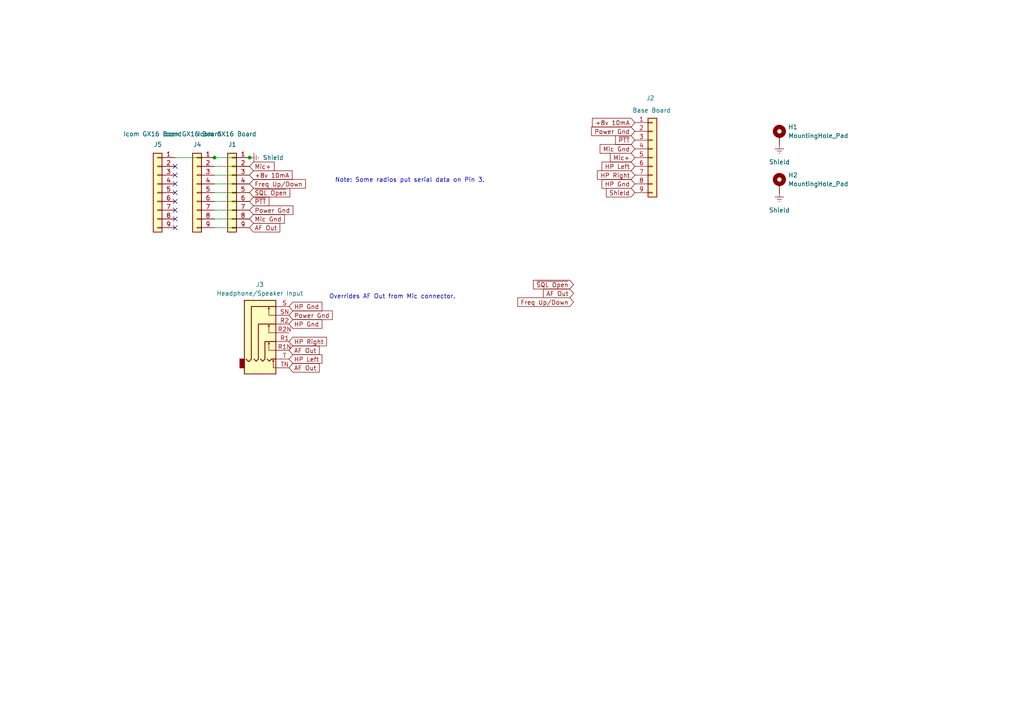
<source format=kicad_sch>
(kicad_sch (version 20231120) (generator "eeschema") (generator_version "8.0")
  (paper "A4")
  (lib_symbols
    (symbol "Connector_Generic:Conn_01x09" (pin_names (offset 1.016) hide)
      (property "Reference" "J" (at 0 12.7 0))
      (property "Value" "Conn_01x09" (at 0 -12.7 0))
      (symbol "Conn_01x09_1_1"
        (rectangle (start -1.27 -10.033) (end 0 -10.287) (stroke (width 0.1524)))
        (rectangle (start -1.27 -7.493) (end 0 -7.747) (stroke (width 0.1524)))
        (rectangle (start -1.27 -4.953) (end 0 -5.207) (stroke (width 0.1524)))
        (rectangle (start -1.27 -2.413) (end 0 -2.667) (stroke (width 0.1524)))
        (rectangle (start -1.27 0.127) (end 0 -0.127) (stroke (width 0.1524)))
        (rectangle (start -1.27 2.667) (end 0 2.413) (stroke (width 0.1524)))
        (rectangle (start -1.27 5.207) (end 0 4.953) (stroke (width 0.1524)))
        (rectangle (start -1.27 7.747) (end 0 7.493) (stroke (width 0.1524)))
        (rectangle (start -1.27 10.287) (end 0 10.033) (stroke (width 0.1524)))
        (rectangle (start -1.27 11.43) (end 1.27 -11.43) (stroke (width 0.254)) (fill (type background)))
        (pin passive line (at -5.08 10.16 0) (length 3.81) (name "Pin_1") (number "1"))
        (pin passive line (at -5.08 7.62 0) (length 3.81) (name "Pin_2") (number "2"))
        (pin passive line (at -5.08 5.08 0) (length 3.81) (name "Pin_3") (number "3"))
        (pin passive line (at -5.08 2.54 0) (length 3.81) (name "Pin_4") (number "4"))
        (pin passive line (at -5.08 0 0) (length 3.81) (name "Pin_5") (number "5"))
        (pin passive line (at -5.08 -2.54 0) (length 3.81) (name "Pin_6") (number "6"))
        (pin passive line (at -5.08 -5.08 0) (length 3.81) (name "Pin_7") (number "7"))
        (pin passive line (at -5.08 -7.62 0) (length 3.81) (name "Pin_8") (number "8"))
        (pin passive line (at -5.08 -10.16 0) (length 3.81) (name "Pin_9") (number "9"))
      )
    )
    (symbol "Mechanical:MountingHole_Pad" (pin_numbers hide) (pin_names (offset 1.016) hide) (exclude_from_sim yes) (in_bom no)
      (property "Reference" "H" (at 0 6.35 0))
      (property "Value" "MountingHole_Pad" (at 0 4.445 0))
      (symbol "MountingHole_Pad_0_1"
        (circle (center 0 1.27) (radius 1.27) (stroke (width 1.27)))
      )
      (symbol "MountingHole_Pad_1_1"
        (pin input line (at 0 -2.54 90) (length 2.54) (name "1") (number "1"))
      )
    )
    (symbol "Smitty:AudioJack4_SwitchTR1R2S"
      (property "Reference" "J" (at -3.048 14.986 0))
      (property "Value" "AudioJack4_SwitchTR1R2S" (at -2.794 13.208 0))
      (symbol "AudioJack4_SwitchTR1R2S_0_1"
        (rectangle (start -9.144 -5.08) (end -7.874 -7.62) (stroke (width 0.254)) (fill (type outline)))
        (rectangle (start -7.874 11.938) (end 1.27 -9.398) (stroke (width 0.254)) (fill (type background)))
        (polyline (pts (xy 1.27 -5.08) (xy 2.54 -5.08)))
        (polyline (pts (xy 1.27 5.08) (xy 2.54 5.08)))
        (polyline (pts (xy 2.54 0) (xy 1.27 0)))
        (polyline (pts (xy 2.54 10.16) (xy 1.27 10.16)))
      )
      (symbol "AudioJack4_SwitchTR1R2S_1_1"
        (polyline (pts (xy -0.762 -0.254) (xy -0.508 -0.762)))
        (polyline (pts (xy -0.762 4.826) (xy -0.508 4.318)))
        (polyline (pts (xy -0.762 9.906) (xy -0.508 9.398)))
        (polyline (pts (xy 0.508 -5.334) (xy 0.762 -5.842)))
        (polyline (pts (xy -1.27 -5.08) (xy -0.635 -5.715) (xy 0 -5.08) (xy 1.27 -5.08)) (stroke (width 0.254)))
        (polyline (pts (xy 2.54 -7.62) (xy 0.508 -7.62) (xy 0.508 -5.334) (xy 0.254 -5.842)))
        (polyline (pts (xy 2.54 -2.54) (xy -0.762 -2.54) (xy -0.762 -0.254) (xy -1.016 -0.762)))
        (polyline (pts (xy 2.54 2.54) (xy -0.762 2.54) (xy -0.762 4.826) (xy -1.016 4.318)))
        (polyline (pts (xy 2.54 7.62) (xy -0.762 7.62) (xy -0.762 9.906) (xy -1.016 9.398)))
        (polyline (pts (xy -3.175 -5.08) (xy -2.54 -5.715) (xy -1.905 -5.08) (xy -1.905 0) (xy 1.27 0)) (stroke (width 0.254)))
        (polyline (pts (xy 1.27 5.08) (xy -3.81 5.08) (xy -3.81 -5.08) (xy -4.445 -5.715) (xy -5.08 -5.08)) (stroke (width 0.254)))
        (polyline (pts (xy 1.27 10.16) (xy -5.842 10.16) (xy -5.842 -5.08) (xy -6.604 -5.842) (xy -7.366 -5.08)) (stroke (width 0.254)))
        (pin passive line (at 5.08 0 180) (length 2.54) (name "~") (number "R1"))
        (pin passive line (at 5.08 -2.54 180) (length 2.54) (name "~") (number "R1N"))
        (pin passive line (at 5.08 5.08 180) (length 2.54) (name "~") (number "R2"))
        (pin passive line (at 5.08 2.54 180) (length 2.54) (name "~") (number "R2N"))
        (pin passive line (at 5.08 10.16 180) (length 2.54) (name "~") (number "S"))
        (pin passive line (at 5.08 7.62 180) (length 2.54) (name "~") (number "SN"))
        (pin passive line (at 5.08 -5.08 180) (length 2.54) (name "~") (number "T"))
        (pin passive line (at 5.08 -7.62 180) (length 2.54) (name "~") (number "TN"))
      )
    )
    (symbol "power:Earth" (power) (pin_numbers hide) (pin_names (offset 0) hide)
      (property "Value" "Earth" (at 0 -3.81 0))
      (symbol "Earth_0_1"
        (polyline (pts (xy -0.635 -1.905) (xy 0.635 -1.905)))
        (polyline (pts (xy -0.127 -2.54) (xy 0.127 -2.54)))
        (polyline (pts (xy 0 -1.27) (xy 0 0)))
        (polyline (pts (xy 1.27 -1.27) (xy -1.27 -1.27)))
      )
      (symbol "Earth_1_1"
        (pin power_in line (at 0 0 270) (length 0) (name "~") (number "1"))
      )
    )
  )
  (junction (at 72.39 45.72))
  (junction (at 62.23 45.72))
  (no_connect (at 50.8 60.96))
  (no_connect (at 50.8 53.34))
  (no_connect (at 50.8 66.04))
  (no_connect (at 50.8 58.42))
  (no_connect (at 50.8 48.26))
  (no_connect (at 50.8 63.5))
  (no_connect (at 50.8 55.88))
  (no_connect (at 50.8 50.8))
  (wire (pts (xy 62.23 48.26) (xy 72.39 48.26)))
  (wire (pts (xy 62.23 55.88) (xy 72.39 55.88)))
  (wire (pts (xy 62.23 45.72) (xy 72.39 45.72)))
  (wire (pts (xy 62.23 63.5) (xy 72.39 63.5)))
  (wire (pts (xy 62.23 58.42) (xy 72.39 58.42)))
  (wire (pts (xy 62.23 66.04) (xy 72.39 66.04)))
  (wire (pts (xy 62.23 50.8) (xy 72.39 50.8)))
  (wire (pts (xy 50.8 45.72) (xy 62.23 45.72)))
  (wire (pts (xy 62.23 53.34) (xy 72.39 53.34)))
  (wire (pts (xy 62.23 60.96) (xy 72.39 60.96)))
  (text "Note: Some radios put serial data on Pin 3." (at 118.872 52.324 0) (effects (font (size 1.27 1.27))))
  (text "Overrides AF Out from Mic connector." (at 113.792 86.106 0) (effects (font (size 1.27 1.27))))
  (global_label "Freq Up{slash}Down" (shape input) (at 166.37 87.63 180) (property "Intersheetrefs" "${INTERSHEET_REFS}" (effects (hide yes))))
  (global_label "~{SQL Open}" (shape input) (at 166.37 82.55 180) (property "Intersheetrefs" "${INTERSHEET_REFS}" (effects (hide yes))))
  (global_label "HP Gnd" (shape input) (at 83.82 93.98 0) (property "Intersheetrefs" "${INTERSHEET_REFS}" (effects (hide yes))))
  (global_label "~{PTT}" (shape input) (at 72.39 58.42 0) (property "Intersheetrefs" "${INTERSHEET_REFS}" (effects (hide yes))))
  (global_label "AF Out" (shape input) (at 166.37 85.09 180) (property "Intersheetrefs" "${INTERSHEET_REFS}" (effects (hide yes))))
  (global_label "AF Out" (shape input) (at 83.82 106.68 0) (property "Intersheetrefs" "${INTERSHEET_REFS}" (effects (hide yes))))
  (global_label "HP Right" (shape input) (at 83.82 99.06 0) (property "Intersheetrefs" "${INTERSHEET_REFS}" (effects (hide yes))))
  (global_label "Mic+" (shape input) (at 184.15 45.72 180) (property "Intersheetrefs" "${INTERSHEET_REFS}" (effects (hide yes))))
  (global_label "HP Gnd" (shape input) (at 83.82 88.9 0) (property "Intersheetrefs" "${INTERSHEET_REFS}" (effects (hide yes))))
  (global_label "Power Gnd" (shape input) (at 184.15 38.1 180) (property "Intersheetrefs" "${INTERSHEET_REFS}" (effects (hide yes))))
  (global_label "HP Gnd" (shape input) (at 184.15 53.34 180) (property "Intersheetrefs" "${INTERSHEET_REFS}" (effects (hide yes))))
  (global_label "Power Gnd" (shape input) (at 83.82 91.44 0) (property "Intersheetrefs" "${INTERSHEET_REFS}" (effects (hide yes))))
  (global_label "Mic Gnd" (shape input) (at 184.15 43.18 180) (property "Intersheetrefs" "${INTERSHEET_REFS}" (effects (hide yes))))
  (global_label "Shield" (shape input) (at 184.15 55.88 180) (property "Intersheetrefs" "${INTERSHEET_REFS}" (effects (hide yes))))
  (global_label "AF Out" (shape input) (at 72.39 66.04 0) (property "Intersheetrefs" "${INTERSHEET_REFS}" (effects (hide yes))))
  (global_label "+8v 10mA" (shape input) (at 184.15 35.56 180) (property "Intersheetrefs" "${INTERSHEET_REFS}" (effects (hide yes))))
  (global_label "Mic+" (shape input) (at 72.39 48.26 0) (property "Intersheetrefs" "${INTERSHEET_REFS}" (effects (hide yes))))
  (global_label "HP Right" (shape input) (at 184.15 50.8 180) (property "Intersheetrefs" "${INTERSHEET_REFS}" (effects (hide yes))))
  (global_label "~{PTT}" (shape input) (at 184.15 40.64 180) (property "Intersheetrefs" "${INTERSHEET_REFS}" (effects (hide yes))))
  (global_label "Freq Up{slash}Down" (shape input) (at 72.39 53.34 0) (property "Intersheetrefs" "${INTERSHEET_REFS}" (effects (hide yes))))
  (global_label "HP Left" (shape input) (at 184.15 48.26 180) (property "Intersheetrefs" "${INTERSHEET_REFS}" (effects (hide yes))))
  (global_label "AF Out" (shape input) (at 83.82 101.6 0) (property "Intersheetrefs" "${INTERSHEET_REFS}" (effects (hide yes))))
  (global_label "Power Gnd" (shape input) (at 72.39 60.96 0) (property "Intersheetrefs" "${INTERSHEET_REFS}" (effects (hide yes))))
  (global_label "~{SQL Open}" (shape input) (at 72.39 55.88 0) (property "Intersheetrefs" "${INTERSHEET_REFS}" (effects (hide yes))))
  (global_label "Mic Gnd" (shape input) (at 72.39 63.5 0) (property "Intersheetrefs" "${INTERSHEET_REFS}" (effects (hide yes))))
  (global_label "+8v 10mA" (shape input) (at 72.39 50.8 0) (property "Intersheetrefs" "${INTERSHEET_REFS}" (effects (hide yes))))
  (global_label "HP Left" (shape input) (at 83.82 104.14 0) (property "Intersheetrefs" "${INTERSHEET_REFS}" (effects (hide yes))))
  (symbol (lib_id "Smitty:AudioJack4_SwitchTR1R2S") (at 78.74 99.06 0) (unit 1)
    (property "Reference" "J3" (at 75.3745 82.55 0))
    (property "Value" "Headphone/Speaker Input" (at 75.3745 85.09 0))
    (property "Footprint" "Libraries:Conn_3.5mm-PJ-393_SMT-C668609_TH-C145811" (effects (hide yes)))
    (property "Description" "Audio Jack, 4 Poles (Stereo / TRRS), Switched TR1R2S Poles (Normalling)" (effects (hide yes)))
  )
  (symbol (lib_id "Connector_Generic:Conn_01x09") (at 57.15 55.88 0) (mirror y) (unit 1)
    (property "Reference" "J4" (at 58.42 41.91 0) (effects (justify left)))
    (property "Value" "Icom GX16 Board" (at 64.262 38.862 0) (effects (justify left)))
    (property "Footprint" "Libraries:Conn_B2B-RA_2.54mm_9pin_LtoR" (effects (hide yes)))
    (property "Description" "Generic connector, single row, 01x09, script generated (kicad-library-utils/schlib/autogen/connector/)" (effects (hide yes)))
  )
  (symbol (lib_id "power:Earth") (at 226.06 41.91 0) (unit 1)
    (property "Reference" "#PWR01" (effects (hide yes)))
    (property "Value" "Shield" (at 226.06 46.99 0))
    (property "Description" "Power symbol creates a global label with name \"Earth\"" (effects (hide yes)))
  )
  (symbol (lib_id "power:Earth") (at 72.39 45.72 90) (unit 1)
    (property "Reference" "#PWR03" (effects (hide yes)))
    (property "Value" "Shield" (at 76.2 45.7199 90) (effects (justify right)))
    (property "Description" "Power symbol creates a global label with name \"Earth\"" (effects (hide yes)))
  )
  (symbol (lib_id "Mechanical:MountingHole_Pad") (at 226.06 53.34 0) (unit 1) (exclude_from_sim yes) (in_bom no)
    (property "Reference" "H2" (at 228.6 50.7999 0) (effects (justify left)))
    (property "Value" "MountingHole_Pad" (at 228.6 53.3399 0) (effects (justify left)))
    (property "Footprint" "MountingHole:MountingHole_3.2mm_M3_Pad" (effects (hide yes)))
    (property "Description" "Mounting Hole with connection" (effects (hide yes)))
  )
  (symbol (lib_id "Connector_Generic:Conn_01x09") (at 45.72 55.88 0) (mirror y) (unit 1)
    (property "Reference" "J5" (at 46.99 41.91 0) (effects (justify left)))
    (property "Value" "Icom GX16 Board" (at 52.832 38.862 0) (effects (justify left)))
    (property "Footprint" "Libraries:Conn_B2B-RA_2.54mm_9pin_LtoR" (effects (hide yes)))
    (property "Description" "Generic connector, single row, 01x09, script generated (kicad-library-utils/schlib/autogen/connector/)" (effects (hide yes)))
  )
  (symbol (lib_id "Connector_Generic:Conn_01x09") (at 189.23 45.72 0) (unit 1)
    (property "Reference" "J2" (at 187.452 28.448 0) (effects (justify left)))
    (property "Value" "Base Board" (at 183.388 32.004 0) (effects (justify left)))
    (property "Footprint" "Libraries:Conn_B2B-RA_2.54mm_Castelated_9pin_RtoL" (effects (hide yes)))
    (property "Description" "Generic connector, single row, 01x09, script generated (kicad-library-utils/schlib/autogen/connector/)" (effects (hide yes)))
  )
  (symbol (lib_id "power:Earth") (at 226.06 55.88 0) (unit 1)
    (property "Reference" "#PWR02" (effects (hide yes)))
    (property "Value" "Shield" (at 226.06 60.96 0))
    (property "Description" "Power symbol creates a global label with name \"Earth\"" (effects (hide yes)))
  )
  (symbol (lib_id "Connector_Generic:Conn_01x09") (at 67.31 55.88 0) (mirror y) (unit 1)
    (property "Reference" "J1" (at 68.58 41.91 0) (effects (justify left)))
    (property "Value" "Icom GX16 Board" (at 74.422 38.862 0) (effects (justify left)))
    (property "Footprint" "Libraries:Conn_B2B-RA_2.54mm_9pin_RtoL" (effects (hide yes)))
    (property "Description" "Generic connector, single row, 01x09, script generated (kicad-library-utils/schlib/autogen/connector/)" (effects (hide yes)))
  )
  (symbol (lib_id "Mechanical:MountingHole_Pad") (at 226.06 39.37 0) (unit 1) (exclude_from_sim yes) (in_bom no)
    (property "Reference" "H1" (at 228.6 36.8299 0) (effects (justify left)))
    (property "Value" "MountingHole_Pad" (at 228.6 39.3699 0) (effects (justify left)))
    (property "Footprint" "MountingHole:MountingHole_3.2mm_M3_Pad" (effects (hide yes)))
    (property "Description" "Mounting Hole with connection" (effects (hide yes)))
  )
)
</source>
